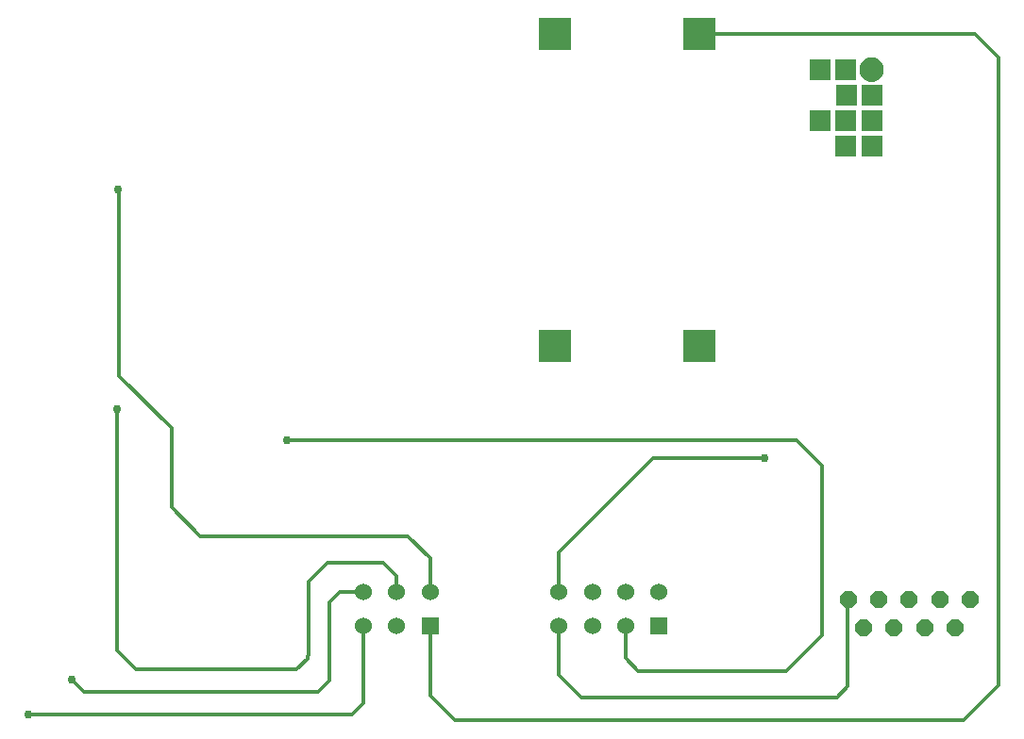
<source format=gbr>
G04 EAGLE Gerber RS-274X export*
G75*
%MOMM*%
%FSLAX34Y34*%
%LPD*%
%INBottom Copper*%
%IPPOS*%
%AMOC8*
5,1,8,0,0,1.08239X$1,22.5*%
G01*
%ADD10R,1.920000X1.940000*%
%ADD11C,0.500000*%
%ADD12P,1.649562X8X202.500000*%
%ADD13C,1.530000*%
%ADD14R,1.530000X1.530000*%
%ADD15R,3.000000X3.000000*%
%ADD16C,0.756400*%
%ADD17C,0.304800*%


D10*
X796453Y575995D03*
X796253Y552995D03*
X796253Y529795D03*
D11*
X787877Y598895D02*
X787880Y599101D01*
X787887Y599306D01*
X787900Y599511D01*
X787917Y599716D01*
X787940Y599920D01*
X787968Y600124D01*
X788000Y600327D01*
X788038Y600529D01*
X788081Y600730D01*
X788128Y600930D01*
X788180Y601129D01*
X788238Y601326D01*
X788300Y601522D01*
X788367Y601717D01*
X788438Y601909D01*
X788515Y602100D01*
X788596Y602289D01*
X788681Y602476D01*
X788771Y602661D01*
X788866Y602843D01*
X788965Y603024D01*
X789069Y603201D01*
X789177Y603376D01*
X789289Y603548D01*
X789405Y603718D01*
X789525Y603885D01*
X789650Y604048D01*
X789778Y604209D01*
X789911Y604366D01*
X790047Y604520D01*
X790187Y604671D01*
X790330Y604818D01*
X790477Y604961D01*
X790628Y605101D01*
X790782Y605237D01*
X790939Y605370D01*
X791100Y605498D01*
X791263Y605623D01*
X791430Y605743D01*
X791600Y605859D01*
X791772Y605971D01*
X791947Y606079D01*
X792124Y606183D01*
X792305Y606282D01*
X792487Y606377D01*
X792672Y606467D01*
X792859Y606552D01*
X793048Y606633D01*
X793239Y606710D01*
X793431Y606781D01*
X793626Y606848D01*
X793822Y606910D01*
X794019Y606968D01*
X794218Y607020D01*
X794418Y607067D01*
X794619Y607110D01*
X794821Y607148D01*
X795024Y607180D01*
X795228Y607208D01*
X795432Y607231D01*
X795637Y607248D01*
X795842Y607261D01*
X796047Y607268D01*
X796253Y607271D01*
X796459Y607268D01*
X796664Y607261D01*
X796869Y607248D01*
X797074Y607231D01*
X797278Y607208D01*
X797482Y607180D01*
X797685Y607148D01*
X797887Y607110D01*
X798088Y607067D01*
X798288Y607020D01*
X798487Y606968D01*
X798684Y606910D01*
X798880Y606848D01*
X799075Y606781D01*
X799267Y606710D01*
X799458Y606633D01*
X799647Y606552D01*
X799834Y606467D01*
X800019Y606377D01*
X800201Y606282D01*
X800382Y606183D01*
X800559Y606079D01*
X800734Y605971D01*
X800906Y605859D01*
X801076Y605743D01*
X801243Y605623D01*
X801406Y605498D01*
X801567Y605370D01*
X801724Y605237D01*
X801878Y605101D01*
X802029Y604961D01*
X802176Y604818D01*
X802319Y604671D01*
X802459Y604520D01*
X802595Y604366D01*
X802728Y604209D01*
X802856Y604048D01*
X802981Y603885D01*
X803101Y603718D01*
X803217Y603548D01*
X803329Y603376D01*
X803437Y603201D01*
X803541Y603024D01*
X803640Y602843D01*
X803735Y602661D01*
X803825Y602476D01*
X803910Y602289D01*
X803991Y602100D01*
X804068Y601909D01*
X804139Y601717D01*
X804206Y601522D01*
X804268Y601326D01*
X804326Y601129D01*
X804378Y600930D01*
X804425Y600730D01*
X804468Y600529D01*
X804506Y600327D01*
X804538Y600124D01*
X804566Y599920D01*
X804589Y599716D01*
X804606Y599511D01*
X804619Y599306D01*
X804626Y599101D01*
X804629Y598895D01*
X804626Y598689D01*
X804619Y598484D01*
X804606Y598279D01*
X804589Y598074D01*
X804566Y597870D01*
X804538Y597666D01*
X804506Y597463D01*
X804468Y597261D01*
X804425Y597060D01*
X804378Y596860D01*
X804326Y596661D01*
X804268Y596464D01*
X804206Y596268D01*
X804139Y596073D01*
X804068Y595881D01*
X803991Y595690D01*
X803910Y595501D01*
X803825Y595314D01*
X803735Y595129D01*
X803640Y594947D01*
X803541Y594766D01*
X803437Y594589D01*
X803329Y594414D01*
X803217Y594242D01*
X803101Y594072D01*
X802981Y593905D01*
X802856Y593742D01*
X802728Y593581D01*
X802595Y593424D01*
X802459Y593270D01*
X802319Y593119D01*
X802176Y592972D01*
X802029Y592829D01*
X801878Y592689D01*
X801724Y592553D01*
X801567Y592420D01*
X801406Y592292D01*
X801243Y592167D01*
X801076Y592047D01*
X800906Y591931D01*
X800734Y591819D01*
X800559Y591711D01*
X800382Y591607D01*
X800201Y591508D01*
X800019Y591413D01*
X799834Y591323D01*
X799647Y591238D01*
X799458Y591157D01*
X799267Y591080D01*
X799075Y591009D01*
X798880Y590942D01*
X798684Y590880D01*
X798487Y590822D01*
X798288Y590770D01*
X798088Y590723D01*
X797887Y590680D01*
X797685Y590642D01*
X797482Y590610D01*
X797278Y590582D01*
X797074Y590559D01*
X796869Y590542D01*
X796664Y590529D01*
X796459Y590522D01*
X796253Y590519D01*
X796047Y590522D01*
X795842Y590529D01*
X795637Y590542D01*
X795432Y590559D01*
X795228Y590582D01*
X795024Y590610D01*
X794821Y590642D01*
X794619Y590680D01*
X794418Y590723D01*
X794218Y590770D01*
X794019Y590822D01*
X793822Y590880D01*
X793626Y590942D01*
X793431Y591009D01*
X793239Y591080D01*
X793048Y591157D01*
X792859Y591238D01*
X792672Y591323D01*
X792487Y591413D01*
X792305Y591508D01*
X792124Y591607D01*
X791947Y591711D01*
X791772Y591819D01*
X791600Y591931D01*
X791430Y592047D01*
X791263Y592167D01*
X791100Y592292D01*
X790939Y592420D01*
X790782Y592553D01*
X790628Y592689D01*
X790477Y592829D01*
X790330Y592972D01*
X790187Y593119D01*
X790047Y593270D01*
X789911Y593424D01*
X789778Y593581D01*
X789650Y593742D01*
X789525Y593905D01*
X789405Y594072D01*
X789289Y594242D01*
X789177Y594414D01*
X789069Y594589D01*
X788965Y594766D01*
X788866Y594947D01*
X788771Y595129D01*
X788681Y595314D01*
X788596Y595501D01*
X788515Y595690D01*
X788438Y595881D01*
X788367Y596073D01*
X788300Y596268D01*
X788238Y596464D01*
X788180Y596661D01*
X788128Y596860D01*
X788081Y597060D01*
X788038Y597261D01*
X788000Y597463D01*
X787968Y597666D01*
X787940Y597870D01*
X787917Y598074D01*
X787900Y598279D01*
X787887Y598484D01*
X787880Y598689D01*
X787877Y598895D01*
X792695Y599095D02*
X792697Y599217D01*
X792703Y599340D01*
X792713Y599461D01*
X792727Y599583D01*
X792745Y599704D01*
X792766Y599824D01*
X792792Y599944D01*
X792822Y600063D01*
X792855Y600180D01*
X792892Y600297D01*
X792933Y600412D01*
X792978Y600526D01*
X793027Y600638D01*
X793079Y600749D01*
X793134Y600858D01*
X793193Y600965D01*
X793256Y601070D01*
X793322Y601173D01*
X793391Y601274D01*
X793464Y601373D01*
X793540Y601469D01*
X793618Y601562D01*
X793700Y601653D01*
X793785Y601741D01*
X793872Y601827D01*
X793963Y601909D01*
X794056Y601989D01*
X794151Y602066D01*
X794249Y602139D01*
X794349Y602209D01*
X794452Y602276D01*
X794556Y602339D01*
X794663Y602399D01*
X794771Y602456D01*
X794882Y602509D01*
X794994Y602558D01*
X795107Y602604D01*
X795222Y602646D01*
X795338Y602684D01*
X795456Y602718D01*
X795574Y602749D01*
X795694Y602775D01*
X795814Y602798D01*
X795935Y602817D01*
X796056Y602832D01*
X796178Y602843D01*
X796300Y602850D01*
X796422Y602853D01*
X796545Y602852D01*
X796667Y602847D01*
X796789Y602838D01*
X796911Y602825D01*
X797032Y602808D01*
X797152Y602787D01*
X797272Y602763D01*
X797391Y602734D01*
X797509Y602702D01*
X797626Y602665D01*
X797742Y602625D01*
X797856Y602581D01*
X797968Y602534D01*
X798080Y602483D01*
X798189Y602428D01*
X798297Y602370D01*
X798402Y602308D01*
X798506Y602243D01*
X798607Y602174D01*
X798706Y602103D01*
X798803Y602028D01*
X798897Y601950D01*
X798989Y601869D01*
X799078Y601785D01*
X799164Y601698D01*
X799247Y601608D01*
X799327Y601516D01*
X799405Y601421D01*
X799479Y601324D01*
X799550Y601224D01*
X799617Y601122D01*
X799682Y601018D01*
X799743Y600912D01*
X799800Y600804D01*
X799854Y600694D01*
X799904Y600582D01*
X799951Y600469D01*
X799994Y600355D01*
X800033Y600239D01*
X800068Y600122D01*
X800100Y600003D01*
X800127Y599884D01*
X800151Y599764D01*
X800171Y599644D01*
X800187Y599522D01*
X800199Y599401D01*
X800207Y599278D01*
X800211Y599156D01*
X800211Y599034D01*
X800207Y598912D01*
X800199Y598789D01*
X800187Y598668D01*
X800171Y598546D01*
X800151Y598426D01*
X800127Y598306D01*
X800100Y598187D01*
X800068Y598068D01*
X800033Y597951D01*
X799994Y597835D01*
X799951Y597721D01*
X799904Y597608D01*
X799854Y597496D01*
X799800Y597386D01*
X799743Y597278D01*
X799682Y597172D01*
X799617Y597068D01*
X799550Y596966D01*
X799479Y596866D01*
X799405Y596769D01*
X799327Y596674D01*
X799247Y596582D01*
X799164Y596492D01*
X799078Y596405D01*
X798989Y596321D01*
X798897Y596240D01*
X798803Y596162D01*
X798706Y596087D01*
X798607Y596016D01*
X798506Y595947D01*
X798402Y595882D01*
X798297Y595820D01*
X798189Y595762D01*
X798080Y595707D01*
X797968Y595656D01*
X797856Y595609D01*
X797742Y595565D01*
X797626Y595525D01*
X797509Y595488D01*
X797391Y595456D01*
X797272Y595427D01*
X797152Y595403D01*
X797032Y595382D01*
X796911Y595365D01*
X796789Y595352D01*
X796667Y595343D01*
X796545Y595338D01*
X796422Y595337D01*
X796300Y595340D01*
X796178Y595347D01*
X796056Y595358D01*
X795935Y595373D01*
X795814Y595392D01*
X795694Y595415D01*
X795574Y595441D01*
X795456Y595472D01*
X795338Y595506D01*
X795222Y595544D01*
X795107Y595586D01*
X794994Y595632D01*
X794882Y595681D01*
X794771Y595734D01*
X794663Y595791D01*
X794556Y595851D01*
X794452Y595914D01*
X794349Y595981D01*
X794249Y596051D01*
X794151Y596124D01*
X794056Y596201D01*
X793963Y596281D01*
X793872Y596363D01*
X793785Y596449D01*
X793700Y596537D01*
X793618Y596628D01*
X793540Y596721D01*
X793464Y596817D01*
X793391Y596916D01*
X793322Y597017D01*
X793256Y597120D01*
X793193Y597225D01*
X793134Y597332D01*
X793079Y597441D01*
X793027Y597552D01*
X792978Y597664D01*
X792933Y597778D01*
X792892Y597893D01*
X792855Y598010D01*
X792822Y598127D01*
X792792Y598246D01*
X792766Y598366D01*
X792745Y598486D01*
X792727Y598607D01*
X792713Y598729D01*
X792703Y598850D01*
X792697Y598973D01*
X792695Y599095D01*
X795821Y599295D02*
X795823Y599345D01*
X795829Y599394D01*
X795838Y599443D01*
X795852Y599490D01*
X795869Y599537D01*
X795890Y599582D01*
X795914Y599625D01*
X795942Y599666D01*
X795972Y599705D01*
X796006Y599742D01*
X796043Y599776D01*
X796082Y599806D01*
X796123Y599834D01*
X796166Y599858D01*
X796211Y599879D01*
X796258Y599896D01*
X796305Y599910D01*
X796354Y599919D01*
X796403Y599925D01*
X796453Y599927D01*
X796503Y599925D01*
X796552Y599919D01*
X796601Y599910D01*
X796648Y599896D01*
X796695Y599879D01*
X796740Y599858D01*
X796783Y599834D01*
X796824Y599806D01*
X796863Y599776D01*
X796900Y599742D01*
X796934Y599705D01*
X796964Y599666D01*
X796992Y599625D01*
X797016Y599582D01*
X797037Y599537D01*
X797054Y599490D01*
X797068Y599443D01*
X797077Y599394D01*
X797083Y599345D01*
X797085Y599295D01*
X797083Y599245D01*
X797077Y599196D01*
X797068Y599147D01*
X797054Y599100D01*
X797037Y599053D01*
X797016Y599008D01*
X796992Y598965D01*
X796964Y598924D01*
X796934Y598885D01*
X796900Y598848D01*
X796863Y598814D01*
X796824Y598784D01*
X796783Y598756D01*
X796740Y598732D01*
X796695Y598711D01*
X796648Y598694D01*
X796601Y598680D01*
X796552Y598671D01*
X796503Y598665D01*
X796453Y598663D01*
X796403Y598665D01*
X796354Y598671D01*
X796305Y598680D01*
X796258Y598694D01*
X796211Y598711D01*
X796166Y598732D01*
X796123Y598756D01*
X796082Y598784D01*
X796043Y598814D01*
X796006Y598848D01*
X795972Y598885D01*
X795942Y598924D01*
X795914Y598965D01*
X795890Y599008D01*
X795869Y599053D01*
X795852Y599100D01*
X795838Y599147D01*
X795829Y599196D01*
X795823Y599245D01*
X795821Y599295D01*
D10*
X773453Y575995D03*
X773253Y598995D03*
X773253Y552995D03*
X773253Y529795D03*
X750453Y598795D03*
X750453Y552795D03*
D12*
X884864Y122700D03*
X857432Y122700D03*
X830000Y122700D03*
X802568Y122700D03*
X775136Y122700D03*
X871148Y97300D03*
X843716Y97300D03*
X816284Y97300D03*
X788852Y97300D03*
D13*
X575622Y99652D03*
X575622Y129652D03*
X545622Y99652D03*
X545622Y129652D03*
D14*
X605622Y99652D03*
D13*
X515622Y99652D03*
X605622Y129652D03*
X515622Y129652D03*
D14*
X400000Y99420D03*
D13*
X400000Y129420D03*
X370000Y99420D03*
X340000Y99420D03*
X370000Y129420D03*
X340000Y129420D03*
D15*
X512000Y351000D03*
X642000Y351000D03*
X642000Y631000D03*
X512000Y631000D03*
D16*
X272000Y266000D03*
D17*
X729000Y266000D01*
X752000Y243000D02*
X752000Y91000D01*
X720000Y59000D01*
X575622Y70378D02*
X575622Y99652D01*
X729000Y266000D02*
X752000Y243000D01*
X720000Y59000D02*
X587000Y59000D01*
X575622Y70378D01*
X515622Y129652D02*
X515622Y165622D01*
X600000Y250000D01*
X700000Y250000D01*
D16*
X700000Y250000D03*
D17*
X515622Y99652D02*
X515622Y55378D01*
X536000Y35000D01*
X765000Y35000D01*
X775000Y45000D01*
X775000Y122564D02*
X775136Y122700D01*
X775000Y122564D02*
X775000Y45000D01*
X400000Y160000D02*
X380000Y180000D01*
X400000Y160000D02*
X400000Y129420D01*
X380000Y180000D02*
X272000Y180000D01*
D16*
X120000Y491000D03*
D17*
X269000Y180000D02*
X272000Y180000D01*
X121000Y490000D02*
X120000Y491000D01*
X121000Y490000D02*
X121000Y330000D01*
X121000Y328000D01*
X121000Y324000D01*
X168000Y277000D02*
X168000Y206000D01*
X194000Y180000D01*
X269000Y180000D01*
X168000Y277000D02*
X121000Y324000D01*
X340000Y99420D02*
X340000Y30000D01*
X330000Y20000D01*
X40000Y20000D01*
D16*
X40000Y20000D03*
D17*
X319420Y129420D02*
X340000Y129420D01*
X319420Y129420D02*
X310000Y120000D01*
X310000Y50000D01*
X300000Y40000D01*
X90000Y40000D01*
X79000Y51000D01*
D16*
X79000Y51000D03*
D17*
X400000Y37000D02*
X400000Y99420D01*
X400000Y37000D02*
X422000Y15000D01*
X879000Y15000D02*
X910000Y46000D01*
X910000Y610000D01*
X879000Y15000D02*
X422000Y15000D01*
X910000Y610000D02*
X889000Y631000D01*
X642000Y631000D01*
X370000Y144000D02*
X370000Y129420D01*
X291000Y139000D02*
X291000Y73000D01*
X290000Y72000D01*
X290000Y70000D01*
X280000Y60000D01*
X136000Y60000D01*
X119000Y77000D01*
D16*
X119000Y294000D03*
D17*
X119000Y77000D01*
X291000Y139000D02*
X308000Y156000D01*
X358000Y156000D02*
X370000Y144000D01*
X358000Y156000D02*
X308000Y156000D01*
M02*

</source>
